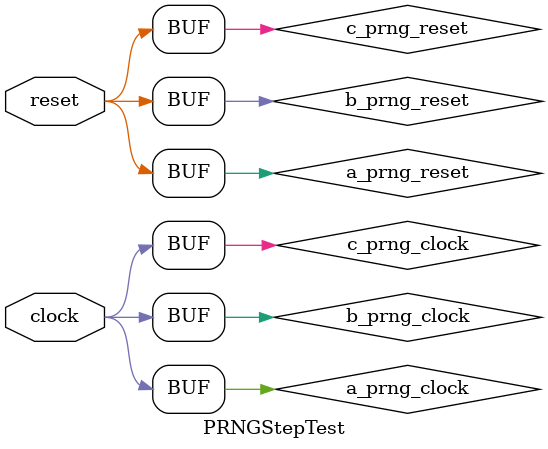
<source format=v>
module CyclePRNG(
  input   clock,
  input   reset,
  output  io_out_0,
  output  io_out_1,
  output  io_out_2,
  output  io_out_3,
  output  io_out_4,
  output  io_out_5,
  output  io_out_6,
  output  io_out_7,
  output  io_out_8,
  output  io_out_9,
  output  io_out_10,
  output  io_out_11,
  output  io_out_12,
  output  io_out_13,
  output  io_out_14,
  output  io_out_15
);
`ifdef RANDOMIZE_REG_INIT
  reg [31:0] _RAND_0;
  reg [31:0] _RAND_1;
  reg [31:0] _RAND_2;
  reg [31:0] _RAND_3;
  reg [31:0] _RAND_4;
  reg [31:0] _RAND_5;
  reg [31:0] _RAND_6;
  reg [31:0] _RAND_7;
  reg [31:0] _RAND_8;
  reg [31:0] _RAND_9;
  reg [31:0] _RAND_10;
  reg [31:0] _RAND_11;
  reg [31:0] _RAND_12;
  reg [31:0] _RAND_13;
  reg [31:0] _RAND_14;
  reg [31:0] _RAND_15;
`endif // RANDOMIZE_REG_INIT
  reg  state_0; // @[PRNG.scala 47:50]
  reg  state_1; // @[PRNG.scala 47:50]
  reg  state_2; // @[PRNG.scala 47:50]
  reg  state_3; // @[PRNG.scala 47:50]
  reg  state_4; // @[PRNG.scala 47:50]
  reg  state_5; // @[PRNG.scala 47:50]
  reg  state_6; // @[PRNG.scala 47:50]
  reg  state_7; // @[PRNG.scala 47:50]
  reg  state_8; // @[PRNG.scala 47:50]
  reg  state_9; // @[PRNG.scala 47:50]
  reg  state_10; // @[PRNG.scala 47:50]
  reg  state_11; // @[PRNG.scala 47:50]
  reg  state_12; // @[PRNG.scala 47:50]
  reg  state_13; // @[PRNG.scala 47:50]
  reg  state_14; // @[PRNG.scala 47:50]
  reg  state_15; // @[PRNG.scala 47:50]
  assign io_out_0 = state_0; // @[PRNG.scala 69:10]
  assign io_out_1 = state_1; // @[PRNG.scala 69:10]
  assign io_out_2 = state_2; // @[PRNG.scala 69:10]
  assign io_out_3 = state_3; // @[PRNG.scala 69:10]
  assign io_out_4 = state_4; // @[PRNG.scala 69:10]
  assign io_out_5 = state_5; // @[PRNG.scala 69:10]
  assign io_out_6 = state_6; // @[PRNG.scala 69:10]
  assign io_out_7 = state_7; // @[PRNG.scala 69:10]
  assign io_out_8 = state_8; // @[PRNG.scala 69:10]
  assign io_out_9 = state_9; // @[PRNG.scala 69:10]
  assign io_out_10 = state_10; // @[PRNG.scala 69:10]
  assign io_out_11 = state_11; // @[PRNG.scala 69:10]
  assign io_out_12 = state_12; // @[PRNG.scala 69:10]
  assign io_out_13 = state_13; // @[PRNG.scala 69:10]
  assign io_out_14 = state_14; // @[PRNG.scala 69:10]
  assign io_out_15 = state_15; // @[PRNG.scala 69:10]
  always @(posedge clock) begin
    state_0 <= reset | state_15; // @[PRNG.scala 47:{50,50}]
    if (reset) begin // @[PRNG.scala 47:50]
      state_1 <= 1'h0; // @[PRNG.scala 47:50]
    end else begin
      state_1 <= state_0;
    end
    if (reset) begin // @[PRNG.scala 47:50]
      state_2 <= 1'h0; // @[PRNG.scala 47:50]
    end else begin
      state_2 <= state_1;
    end
    if (reset) begin // @[PRNG.scala 47:50]
      state_3 <= 1'h0; // @[PRNG.scala 47:50]
    end else begin
      state_3 <= state_2;
    end
    if (reset) begin // @[PRNG.scala 47:50]
      state_4 <= 1'h0; // @[PRNG.scala 47:50]
    end else begin
      state_4 <= state_3;
    end
    if (reset) begin // @[PRNG.scala 47:50]
      state_5 <= 1'h0; // @[PRNG.scala 47:50]
    end else begin
      state_5 <= state_4;
    end
    if (reset) begin // @[PRNG.scala 47:50]
      state_6 <= 1'h0; // @[PRNG.scala 47:50]
    end else begin
      state_6 <= state_5;
    end
    if (reset) begin // @[PRNG.scala 47:50]
      state_7 <= 1'h0; // @[PRNG.scala 47:50]
    end else begin
      state_7 <= state_6;
    end
    if (reset) begin // @[PRNG.scala 47:50]
      state_8 <= 1'h0; // @[PRNG.scala 47:50]
    end else begin
      state_8 <= state_7;
    end
    if (reset) begin // @[PRNG.scala 47:50]
      state_9 <= 1'h0; // @[PRNG.scala 47:50]
    end else begin
      state_9 <= state_8;
    end
    if (reset) begin // @[PRNG.scala 47:50]
      state_10 <= 1'h0; // @[PRNG.scala 47:50]
    end else begin
      state_10 <= state_9;
    end
    if (reset) begin // @[PRNG.scala 47:50]
      state_11 <= 1'h0; // @[PRNG.scala 47:50]
    end else begin
      state_11 <= state_10;
    end
    if (reset) begin // @[PRNG.scala 47:50]
      state_12 <= 1'h0; // @[PRNG.scala 47:50]
    end else begin
      state_12 <= state_11;
    end
    if (reset) begin // @[PRNG.scala 47:50]
      state_13 <= 1'h0; // @[PRNG.scala 47:50]
    end else begin
      state_13 <= state_12;
    end
    if (reset) begin // @[PRNG.scala 47:50]
      state_14 <= 1'h0; // @[PRNG.scala 47:50]
    end else begin
      state_14 <= state_13;
    end
    if (reset) begin // @[PRNG.scala 47:50]
      state_15 <= 1'h0; // @[PRNG.scala 47:50]
    end else begin
      state_15 <= state_14;
    end
  end
// Register and memory initialization
`ifdef RANDOMIZE_GARBAGE_ASSIGN
`define RANDOMIZE
`endif
`ifdef RANDOMIZE_INVALID_ASSIGN
`define RANDOMIZE
`endif
`ifdef RANDOMIZE_REG_INIT
`define RANDOMIZE
`endif
`ifdef RANDOMIZE_MEM_INIT
`define RANDOMIZE
`endif
`ifndef RANDOM
`define RANDOM $random
`endif
`ifdef RANDOMIZE_MEM_INIT
  integer initvar;
`endif
`ifndef SYNTHESIS
`ifdef FIRRTL_BEFORE_INITIAL
`FIRRTL_BEFORE_INITIAL
`endif
initial begin
  `ifdef RANDOMIZE
    `ifdef INIT_RANDOM
      `INIT_RANDOM
    `endif
    `ifndef VERILATOR
      `ifdef RANDOMIZE_DELAY
        #`RANDOMIZE_DELAY begin end
      `else
        #0.002 begin end
      `endif
    `endif
`ifdef RANDOMIZE_REG_INIT
  _RAND_0 = {1{`RANDOM}};
  state_0 = _RAND_0[0:0];
  _RAND_1 = {1{`RANDOM}};
  state_1 = _RAND_1[0:0];
  _RAND_2 = {1{`RANDOM}};
  state_2 = _RAND_2[0:0];
  _RAND_3 = {1{`RANDOM}};
  state_3 = _RAND_3[0:0];
  _RAND_4 = {1{`RANDOM}};
  state_4 = _RAND_4[0:0];
  _RAND_5 = {1{`RANDOM}};
  state_5 = _RAND_5[0:0];
  _RAND_6 = {1{`RANDOM}};
  state_6 = _RAND_6[0:0];
  _RAND_7 = {1{`RANDOM}};
  state_7 = _RAND_7[0:0];
  _RAND_8 = {1{`RANDOM}};
  state_8 = _RAND_8[0:0];
  _RAND_9 = {1{`RANDOM}};
  state_9 = _RAND_9[0:0];
  _RAND_10 = {1{`RANDOM}};
  state_10 = _RAND_10[0:0];
  _RAND_11 = {1{`RANDOM}};
  state_11 = _RAND_11[0:0];
  _RAND_12 = {1{`RANDOM}};
  state_12 = _RAND_12[0:0];
  _RAND_13 = {1{`RANDOM}};
  state_13 = _RAND_13[0:0];
  _RAND_14 = {1{`RANDOM}};
  state_14 = _RAND_14[0:0];
  _RAND_15 = {1{`RANDOM}};
  state_15 = _RAND_15[0:0];
`endif // RANDOMIZE_REG_INIT
  `endif // RANDOMIZE
end // initial
`ifdef FIRRTL_AFTER_INITIAL
`FIRRTL_AFTER_INITIAL
`endif
`endif // SYNTHESIS
endmodule
module CyclePRNG_1(
  input   clock,
  input   reset,
  input   io_increment,
  output  io_out_0,
  output  io_out_1,
  output  io_out_2,
  output  io_out_3,
  output  io_out_4,
  output  io_out_5,
  output  io_out_6,
  output  io_out_7,
  output  io_out_8,
  output  io_out_9,
  output  io_out_10,
  output  io_out_11,
  output  io_out_12,
  output  io_out_13,
  output  io_out_14,
  output  io_out_15
);
`ifdef RANDOMIZE_REG_INIT
  reg [31:0] _RAND_0;
  reg [31:0] _RAND_1;
  reg [31:0] _RAND_2;
  reg [31:0] _RAND_3;
  reg [31:0] _RAND_4;
  reg [31:0] _RAND_5;
  reg [31:0] _RAND_6;
  reg [31:0] _RAND_7;
  reg [31:0] _RAND_8;
  reg [31:0] _RAND_9;
  reg [31:0] _RAND_10;
  reg [31:0] _RAND_11;
  reg [31:0] _RAND_12;
  reg [31:0] _RAND_13;
  reg [31:0] _RAND_14;
  reg [31:0] _RAND_15;
`endif // RANDOMIZE_REG_INIT
  reg  state_0; // @[PRNG.scala 47:50]
  reg  state_1; // @[PRNG.scala 47:50]
  reg  state_2; // @[PRNG.scala 47:50]
  reg  state_3; // @[PRNG.scala 47:50]
  reg  state_4; // @[PRNG.scala 47:50]
  reg  state_5; // @[PRNG.scala 47:50]
  reg  state_6; // @[PRNG.scala 47:50]
  reg  state_7; // @[PRNG.scala 47:50]
  reg  state_8; // @[PRNG.scala 47:50]
  reg  state_9; // @[PRNG.scala 47:50]
  reg  state_10; // @[PRNG.scala 47:50]
  reg  state_11; // @[PRNG.scala 47:50]
  reg  state_12; // @[PRNG.scala 47:50]
  reg  state_13; // @[PRNG.scala 47:50]
  reg  state_14; // @[PRNG.scala 47:50]
  reg  state_15; // @[PRNG.scala 47:50]
  wire  _GEN_0 = io_increment ? state_14 : state_0; // @[PRNG.scala 61:23 62:11 47:50]
  assign io_out_0 = state_0; // @[PRNG.scala 69:10]
  assign io_out_1 = state_1; // @[PRNG.scala 69:10]
  assign io_out_2 = state_2; // @[PRNG.scala 69:10]
  assign io_out_3 = state_3; // @[PRNG.scala 69:10]
  assign io_out_4 = state_4; // @[PRNG.scala 69:10]
  assign io_out_5 = state_5; // @[PRNG.scala 69:10]
  assign io_out_6 = state_6; // @[PRNG.scala 69:10]
  assign io_out_7 = state_7; // @[PRNG.scala 69:10]
  assign io_out_8 = state_8; // @[PRNG.scala 69:10]
  assign io_out_9 = state_9; // @[PRNG.scala 69:10]
  assign io_out_10 = state_10; // @[PRNG.scala 69:10]
  assign io_out_11 = state_11; // @[PRNG.scala 69:10]
  assign io_out_12 = state_12; // @[PRNG.scala 69:10]
  assign io_out_13 = state_13; // @[PRNG.scala 69:10]
  assign io_out_14 = state_14; // @[PRNG.scala 69:10]
  assign io_out_15 = state_15; // @[PRNG.scala 69:10]
  always @(posedge clock) begin
    state_0 <= reset | _GEN_0; // @[PRNG.scala 47:{50,50}]
    if (reset) begin // @[PRNG.scala 47:50]
      state_1 <= 1'h0; // @[PRNG.scala 47:50]
    end else if (io_increment) begin // @[PRNG.scala 61:23]
      state_1 <= state_15; // @[PRNG.scala 62:11]
    end
    if (reset) begin // @[PRNG.scala 47:50]
      state_2 <= 1'h0; // @[PRNG.scala 47:50]
    end else if (io_increment) begin // @[PRNG.scala 61:23]
      state_2 <= state_0; // @[PRNG.scala 62:11]
    end
    if (reset) begin // @[PRNG.scala 47:50]
      state_3 <= 1'h0; // @[PRNG.scala 47:50]
    end else if (io_increment) begin // @[PRNG.scala 61:23]
      state_3 <= state_1; // @[PRNG.scala 62:11]
    end
    if (reset) begin // @[PRNG.scala 47:50]
      state_4 <= 1'h0; // @[PRNG.scala 47:50]
    end else if (io_increment) begin // @[PRNG.scala 61:23]
      state_4 <= state_2; // @[PRNG.scala 62:11]
    end
    if (reset) begin // @[PRNG.scala 47:50]
      state_5 <= 1'h0; // @[PRNG.scala 47:50]
    end else if (io_increment) begin // @[PRNG.scala 61:23]
      state_5 <= state_3; // @[PRNG.scala 62:11]
    end
    if (reset) begin // @[PRNG.scala 47:50]
      state_6 <= 1'h0; // @[PRNG.scala 47:50]
    end else if (io_increment) begin // @[PRNG.scala 61:23]
      state_6 <= state_4; // @[PRNG.scala 62:11]
    end
    if (reset) begin // @[PRNG.scala 47:50]
      state_7 <= 1'h0; // @[PRNG.scala 47:50]
    end else if (io_increment) begin // @[PRNG.scala 61:23]
      state_7 <= state_5; // @[PRNG.scala 62:11]
    end
    if (reset) begin // @[PRNG.scala 47:50]
      state_8 <= 1'h0; // @[PRNG.scala 47:50]
    end else if (io_increment) begin // @[PRNG.scala 61:23]
      state_8 <= state_6; // @[PRNG.scala 62:11]
    end
    if (reset) begin // @[PRNG.scala 47:50]
      state_9 <= 1'h0; // @[PRNG.scala 47:50]
    end else if (io_increment) begin // @[PRNG.scala 61:23]
      state_9 <= state_7; // @[PRNG.scala 62:11]
    end
    if (reset) begin // @[PRNG.scala 47:50]
      state_10 <= 1'h0; // @[PRNG.scala 47:50]
    end else if (io_increment) begin // @[PRNG.scala 61:23]
      state_10 <= state_8; // @[PRNG.scala 62:11]
    end
    if (reset) begin // @[PRNG.scala 47:50]
      state_11 <= 1'h0; // @[PRNG.scala 47:50]
    end else if (io_increment) begin // @[PRNG.scala 61:23]
      state_11 <= state_9; // @[PRNG.scala 62:11]
    end
    if (reset) begin // @[PRNG.scala 47:50]
      state_12 <= 1'h0; // @[PRNG.scala 47:50]
    end else if (io_increment) begin // @[PRNG.scala 61:23]
      state_12 <= state_10; // @[PRNG.scala 62:11]
    end
    if (reset) begin // @[PRNG.scala 47:50]
      state_13 <= 1'h0; // @[PRNG.scala 47:50]
    end else if (io_increment) begin // @[PRNG.scala 61:23]
      state_13 <= state_11; // @[PRNG.scala 62:11]
    end
    if (reset) begin // @[PRNG.scala 47:50]
      state_14 <= 1'h0; // @[PRNG.scala 47:50]
    end else if (io_increment) begin // @[PRNG.scala 61:23]
      state_14 <= state_12; // @[PRNG.scala 62:11]
    end
    if (reset) begin // @[PRNG.scala 47:50]
      state_15 <= 1'h0; // @[PRNG.scala 47:50]
    end else if (io_increment) begin // @[PRNG.scala 61:23]
      state_15 <= state_13; // @[PRNG.scala 62:11]
    end
  end
// Register and memory initialization
`ifdef RANDOMIZE_GARBAGE_ASSIGN
`define RANDOMIZE
`endif
`ifdef RANDOMIZE_INVALID_ASSIGN
`define RANDOMIZE
`endif
`ifdef RANDOMIZE_REG_INIT
`define RANDOMIZE
`endif
`ifdef RANDOMIZE_MEM_INIT
`define RANDOMIZE
`endif
`ifndef RANDOM
`define RANDOM $random
`endif
`ifdef RANDOMIZE_MEM_INIT
  integer initvar;
`endif
`ifndef SYNTHESIS
`ifdef FIRRTL_BEFORE_INITIAL
`FIRRTL_BEFORE_INITIAL
`endif
initial begin
  `ifdef RANDOMIZE
    `ifdef INIT_RANDOM
      `INIT_RANDOM
    `endif
    `ifndef VERILATOR
      `ifdef RANDOMIZE_DELAY
        #`RANDOMIZE_DELAY begin end
      `else
        #0.002 begin end
      `endif
    `endif
`ifdef RANDOMIZE_REG_INIT
  _RAND_0 = {1{`RANDOM}};
  state_0 = _RAND_0[0:0];
  _RAND_1 = {1{`RANDOM}};
  state_1 = _RAND_1[0:0];
  _RAND_2 = {1{`RANDOM}};
  state_2 = _RAND_2[0:0];
  _RAND_3 = {1{`RANDOM}};
  state_3 = _RAND_3[0:0];
  _RAND_4 = {1{`RANDOM}};
  state_4 = _RAND_4[0:0];
  _RAND_5 = {1{`RANDOM}};
  state_5 = _RAND_5[0:0];
  _RAND_6 = {1{`RANDOM}};
  state_6 = _RAND_6[0:0];
  _RAND_7 = {1{`RANDOM}};
  state_7 = _RAND_7[0:0];
  _RAND_8 = {1{`RANDOM}};
  state_8 = _RAND_8[0:0];
  _RAND_9 = {1{`RANDOM}};
  state_9 = _RAND_9[0:0];
  _RAND_10 = {1{`RANDOM}};
  state_10 = _RAND_10[0:0];
  _RAND_11 = {1{`RANDOM}};
  state_11 = _RAND_11[0:0];
  _RAND_12 = {1{`RANDOM}};
  state_12 = _RAND_12[0:0];
  _RAND_13 = {1{`RANDOM}};
  state_13 = _RAND_13[0:0];
  _RAND_14 = {1{`RANDOM}};
  state_14 = _RAND_14[0:0];
  _RAND_15 = {1{`RANDOM}};
  state_15 = _RAND_15[0:0];
`endif // RANDOMIZE_REG_INIT
  `endif // RANDOMIZE
end // initial
`ifdef FIRRTL_AFTER_INITIAL
`FIRRTL_AFTER_INITIAL
`endif
`endif // SYNTHESIS
endmodule
module CyclePRNG_2(
  input   clock,
  input   reset,
  input   io_increment,
  output  io_out_0,
  output  io_out_1,
  output  io_out_2,
  output  io_out_3,
  output  io_out_4,
  output  io_out_5,
  output  io_out_6,
  output  io_out_7,
  output  io_out_8,
  output  io_out_9,
  output  io_out_10,
  output  io_out_11,
  output  io_out_12,
  output  io_out_13,
  output  io_out_14,
  output  io_out_15
);
`ifdef RANDOMIZE_REG_INIT
  reg [31:0] _RAND_0;
  reg [31:0] _RAND_1;
  reg [31:0] _RAND_2;
  reg [31:0] _RAND_3;
  reg [31:0] _RAND_4;
  reg [31:0] _RAND_5;
  reg [31:0] _RAND_6;
  reg [31:0] _RAND_7;
  reg [31:0] _RAND_8;
  reg [31:0] _RAND_9;
  reg [31:0] _RAND_10;
  reg [31:0] _RAND_11;
  reg [31:0] _RAND_12;
  reg [31:0] _RAND_13;
  reg [31:0] _RAND_14;
  reg [31:0] _RAND_15;
`endif // RANDOMIZE_REG_INIT
  reg  state_0; // @[PRNG.scala 47:50]
  reg  state_1; // @[PRNG.scala 47:50]
  reg  state_2; // @[PRNG.scala 47:50]
  reg  state_3; // @[PRNG.scala 47:50]
  reg  state_4; // @[PRNG.scala 47:50]
  reg  state_5; // @[PRNG.scala 47:50]
  reg  state_6; // @[PRNG.scala 47:50]
  reg  state_7; // @[PRNG.scala 47:50]
  reg  state_8; // @[PRNG.scala 47:50]
  reg  state_9; // @[PRNG.scala 47:50]
  reg  state_10; // @[PRNG.scala 47:50]
  reg  state_11; // @[PRNG.scala 47:50]
  reg  state_12; // @[PRNG.scala 47:50]
  reg  state_13; // @[PRNG.scala 47:50]
  reg  state_14; // @[PRNG.scala 47:50]
  reg  state_15; // @[PRNG.scala 47:50]
  wire  _GEN_0 = io_increment ? state_12 : state_0; // @[PRNG.scala 61:23 62:11 47:50]
  assign io_out_0 = state_0; // @[PRNG.scala 69:10]
  assign io_out_1 = state_1; // @[PRNG.scala 69:10]
  assign io_out_2 = state_2; // @[PRNG.scala 69:10]
  assign io_out_3 = state_3; // @[PRNG.scala 69:10]
  assign io_out_4 = state_4; // @[PRNG.scala 69:10]
  assign io_out_5 = state_5; // @[PRNG.scala 69:10]
  assign io_out_6 = state_6; // @[PRNG.scala 69:10]
  assign io_out_7 = state_7; // @[PRNG.scala 69:10]
  assign io_out_8 = state_8; // @[PRNG.scala 69:10]
  assign io_out_9 = state_9; // @[PRNG.scala 69:10]
  assign io_out_10 = state_10; // @[PRNG.scala 69:10]
  assign io_out_11 = state_11; // @[PRNG.scala 69:10]
  assign io_out_12 = state_12; // @[PRNG.scala 69:10]
  assign io_out_13 = state_13; // @[PRNG.scala 69:10]
  assign io_out_14 = state_14; // @[PRNG.scala 69:10]
  assign io_out_15 = state_15; // @[PRNG.scala 69:10]
  always @(posedge clock) begin
    state_0 <= reset | _GEN_0; // @[PRNG.scala 47:{50,50}]
    if (reset) begin // @[PRNG.scala 47:50]
      state_1 <= 1'h0; // @[PRNG.scala 47:50]
    end else if (io_increment) begin // @[PRNG.scala 61:23]
      state_1 <= state_13; // @[PRNG.scala 62:11]
    end
    if (reset) begin // @[PRNG.scala 47:50]
      state_2 <= 1'h0; // @[PRNG.scala 47:50]
    end else if (io_increment) begin // @[PRNG.scala 61:23]
      state_2 <= state_14; // @[PRNG.scala 62:11]
    end
    if (reset) begin // @[PRNG.scala 47:50]
      state_3 <= 1'h0; // @[PRNG.scala 47:50]
    end else if (io_increment) begin // @[PRNG.scala 61:23]
      state_3 <= state_15; // @[PRNG.scala 62:11]
    end
    if (reset) begin // @[PRNG.scala 47:50]
      state_4 <= 1'h0; // @[PRNG.scala 47:50]
    end else if (io_increment) begin // @[PRNG.scala 61:23]
      state_4 <= state_0; // @[PRNG.scala 62:11]
    end
    if (reset) begin // @[PRNG.scala 47:50]
      state_5 <= 1'h0; // @[PRNG.scala 47:50]
    end else if (io_increment) begin // @[PRNG.scala 61:23]
      state_5 <= state_1; // @[PRNG.scala 62:11]
    end
    if (reset) begin // @[PRNG.scala 47:50]
      state_6 <= 1'h0; // @[PRNG.scala 47:50]
    end else if (io_increment) begin // @[PRNG.scala 61:23]
      state_6 <= state_2; // @[PRNG.scala 62:11]
    end
    if (reset) begin // @[PRNG.scala 47:50]
      state_7 <= 1'h0; // @[PRNG.scala 47:50]
    end else if (io_increment) begin // @[PRNG.scala 61:23]
      state_7 <= state_3; // @[PRNG.scala 62:11]
    end
    if (reset) begin // @[PRNG.scala 47:50]
      state_8 <= 1'h0; // @[PRNG.scala 47:50]
    end else if (io_increment) begin // @[PRNG.scala 61:23]
      state_8 <= state_4; // @[PRNG.scala 62:11]
    end
    if (reset) begin // @[PRNG.scala 47:50]
      state_9 <= 1'h0; // @[PRNG.scala 47:50]
    end else if (io_increment) begin // @[PRNG.scala 61:23]
      state_9 <= state_5; // @[PRNG.scala 62:11]
    end
    if (reset) begin // @[PRNG.scala 47:50]
      state_10 <= 1'h0; // @[PRNG.scala 47:50]
    end else if (io_increment) begin // @[PRNG.scala 61:23]
      state_10 <= state_6; // @[PRNG.scala 62:11]
    end
    if (reset) begin // @[PRNG.scala 47:50]
      state_11 <= 1'h0; // @[PRNG.scala 47:50]
    end else if (io_increment) begin // @[PRNG.scala 61:23]
      state_11 <= state_7; // @[PRNG.scala 62:11]
    end
    if (reset) begin // @[PRNG.scala 47:50]
      state_12 <= 1'h0; // @[PRNG.scala 47:50]
    end else if (io_increment) begin // @[PRNG.scala 61:23]
      state_12 <= state_8; // @[PRNG.scala 62:11]
    end
    if (reset) begin // @[PRNG.scala 47:50]
      state_13 <= 1'h0; // @[PRNG.scala 47:50]
    end else if (io_increment) begin // @[PRNG.scala 61:23]
      state_13 <= state_9; // @[PRNG.scala 62:11]
    end
    if (reset) begin // @[PRNG.scala 47:50]
      state_14 <= 1'h0; // @[PRNG.scala 47:50]
    end else if (io_increment) begin // @[PRNG.scala 61:23]
      state_14 <= state_10; // @[PRNG.scala 62:11]
    end
    if (reset) begin // @[PRNG.scala 47:50]
      state_15 <= 1'h0; // @[PRNG.scala 47:50]
    end else if (io_increment) begin // @[PRNG.scala 61:23]
      state_15 <= state_11; // @[PRNG.scala 62:11]
    end
  end
// Register and memory initialization
`ifdef RANDOMIZE_GARBAGE_ASSIGN
`define RANDOMIZE
`endif
`ifdef RANDOMIZE_INVALID_ASSIGN
`define RANDOMIZE
`endif
`ifdef RANDOMIZE_REG_INIT
`define RANDOMIZE
`endif
`ifdef RANDOMIZE_MEM_INIT
`define RANDOMIZE
`endif
`ifndef RANDOM
`define RANDOM $random
`endif
`ifdef RANDOMIZE_MEM_INIT
  integer initvar;
`endif
`ifndef SYNTHESIS
`ifdef FIRRTL_BEFORE_INITIAL
`FIRRTL_BEFORE_INITIAL
`endif
initial begin
  `ifdef RANDOMIZE
    `ifdef INIT_RANDOM
      `INIT_RANDOM
    `endif
    `ifndef VERILATOR
      `ifdef RANDOMIZE_DELAY
        #`RANDOMIZE_DELAY begin end
      `else
        #0.002 begin end
      `endif
    `endif
`ifdef RANDOMIZE_REG_INIT
  _RAND_0 = {1{`RANDOM}};
  state_0 = _RAND_0[0:0];
  _RAND_1 = {1{`RANDOM}};
  state_1 = _RAND_1[0:0];
  _RAND_2 = {1{`RANDOM}};
  state_2 = _RAND_2[0:0];
  _RAND_3 = {1{`RANDOM}};
  state_3 = _RAND_3[0:0];
  _RAND_4 = {1{`RANDOM}};
  state_4 = _RAND_4[0:0];
  _RAND_5 = {1{`RANDOM}};
  state_5 = _RAND_5[0:0];
  _RAND_6 = {1{`RANDOM}};
  state_6 = _RAND_6[0:0];
  _RAND_7 = {1{`RANDOM}};
  state_7 = _RAND_7[0:0];
  _RAND_8 = {1{`RANDOM}};
  state_8 = _RAND_8[0:0];
  _RAND_9 = {1{`RANDOM}};
  state_9 = _RAND_9[0:0];
  _RAND_10 = {1{`RANDOM}};
  state_10 = _RAND_10[0:0];
  _RAND_11 = {1{`RANDOM}};
  state_11 = _RAND_11[0:0];
  _RAND_12 = {1{`RANDOM}};
  state_12 = _RAND_12[0:0];
  _RAND_13 = {1{`RANDOM}};
  state_13 = _RAND_13[0:0];
  _RAND_14 = {1{`RANDOM}};
  state_14 = _RAND_14[0:0];
  _RAND_15 = {1{`RANDOM}};
  state_15 = _RAND_15[0:0];
`endif // RANDOMIZE_REG_INIT
  `endif // RANDOMIZE
end // initial
`ifdef FIRRTL_AFTER_INITIAL
`FIRRTL_AFTER_INITIAL
`endif
`endif // SYNTHESIS
endmodule
module PRNGStepTest(
  input   clock,
  input   reset
);
`ifdef RANDOMIZE_REG_INIT
  reg [31:0] _RAND_0;
  reg [31:0] _RAND_1;
  reg [31:0] _RAND_2;
`endif // RANDOMIZE_REG_INIT
  wire  a_prng_clock; // @[PRNG.scala 82:22]
  wire  a_prng_reset; // @[PRNG.scala 82:22]
  wire  a_prng_io_out_0; // @[PRNG.scala 82:22]
  wire  a_prng_io_out_1; // @[PRNG.scala 82:22]
  wire  a_prng_io_out_2; // @[PRNG.scala 82:22]
  wire  a_prng_io_out_3; // @[PRNG.scala 82:22]
  wire  a_prng_io_out_4; // @[PRNG.scala 82:22]
  wire  a_prng_io_out_5; // @[PRNG.scala 82:22]
  wire  a_prng_io_out_6; // @[PRNG.scala 82:22]
  wire  a_prng_io_out_7; // @[PRNG.scala 82:22]
  wire  a_prng_io_out_8; // @[PRNG.scala 82:22]
  wire  a_prng_io_out_9; // @[PRNG.scala 82:22]
  wire  a_prng_io_out_10; // @[PRNG.scala 82:22]
  wire  a_prng_io_out_11; // @[PRNG.scala 82:22]
  wire  a_prng_io_out_12; // @[PRNG.scala 82:22]
  wire  a_prng_io_out_13; // @[PRNG.scala 82:22]
  wire  a_prng_io_out_14; // @[PRNG.scala 82:22]
  wire  a_prng_io_out_15; // @[PRNG.scala 82:22]
  wire  b_prng_clock; // @[PRNG.scala 82:22]
  wire  b_prng_reset; // @[PRNG.scala 82:22]
  wire  b_prng_io_increment; // @[PRNG.scala 82:22]
  wire  b_prng_io_out_0; // @[PRNG.scala 82:22]
  wire  b_prng_io_out_1; // @[PRNG.scala 82:22]
  wire  b_prng_io_out_2; // @[PRNG.scala 82:22]
  wire  b_prng_io_out_3; // @[PRNG.scala 82:22]
  wire  b_prng_io_out_4; // @[PRNG.scala 82:22]
  wire  b_prng_io_out_5; // @[PRNG.scala 82:22]
  wire  b_prng_io_out_6; // @[PRNG.scala 82:22]
  wire  b_prng_io_out_7; // @[PRNG.scala 82:22]
  wire  b_prng_io_out_8; // @[PRNG.scala 82:22]
  wire  b_prng_io_out_9; // @[PRNG.scala 82:22]
  wire  b_prng_io_out_10; // @[PRNG.scala 82:22]
  wire  b_prng_io_out_11; // @[PRNG.scala 82:22]
  wire  b_prng_io_out_12; // @[PRNG.scala 82:22]
  wire  b_prng_io_out_13; // @[PRNG.scala 82:22]
  wire  b_prng_io_out_14; // @[PRNG.scala 82:22]
  wire  b_prng_io_out_15; // @[PRNG.scala 82:22]
  wire  c_prng_clock; // @[PRNG.scala 82:22]
  wire  c_prng_reset; // @[PRNG.scala 82:22]
  wire  c_prng_io_increment; // @[PRNG.scala 82:22]
  wire  c_prng_io_out_0; // @[PRNG.scala 82:22]
  wire  c_prng_io_out_1; // @[PRNG.scala 82:22]
  wire  c_prng_io_out_2; // @[PRNG.scala 82:22]
  wire  c_prng_io_out_3; // @[PRNG.scala 82:22]
  wire  c_prng_io_out_4; // @[PRNG.scala 82:22]
  wire  c_prng_io_out_5; // @[PRNG.scala 82:22]
  wire  c_prng_io_out_6; // @[PRNG.scala 82:22]
  wire  c_prng_io_out_7; // @[PRNG.scala 82:22]
  wire  c_prng_io_out_8; // @[PRNG.scala 82:22]
  wire  c_prng_io_out_9; // @[PRNG.scala 82:22]
  wire  c_prng_io_out_10; // @[PRNG.scala 82:22]
  wire  c_prng_io_out_11; // @[PRNG.scala 82:22]
  wire  c_prng_io_out_12; // @[PRNG.scala 82:22]
  wire  c_prng_io_out_13; // @[PRNG.scala 82:22]
  wire  c_prng_io_out_14; // @[PRNG.scala 82:22]
  wire  c_prng_io_out_15; // @[PRNG.scala 82:22]
  reg  count2; // @[Counter.scala 60:40]
  wire  _count2_wrap_value_T_1 = count2 + 1'h1; // @[Counter.scala 76:24]
  reg [1:0] count4; // @[Counter.scala 60:40]
  wire [1:0] _count4_wrap_value_T_1 = count4 + 2'h1; // @[Counter.scala 76:24]
  wire [7:0] a_lo = {a_prng_io_out_7,a_prng_io_out_6,a_prng_io_out_5,a_prng_io_out_4,a_prng_io_out_3,a_prng_io_out_2,
    a_prng_io_out_1,a_prng_io_out_0}; // @[PRNG.scala 86:17]
  wire [15:0] a = {a_prng_io_out_15,a_prng_io_out_14,a_prng_io_out_13,a_prng_io_out_12,a_prng_io_out_11,a_prng_io_out_10
    ,a_prng_io_out_9,a_prng_io_out_8,a_lo}; // @[PRNG.scala 86:17]
  wire [7:0] b_lo = {b_prng_io_out_7,b_prng_io_out_6,b_prng_io_out_5,b_prng_io_out_4,b_prng_io_out_3,b_prng_io_out_2,
    b_prng_io_out_1,b_prng_io_out_0}; // @[PRNG.scala 86:17]
  wire [15:0] b = {b_prng_io_out_15,b_prng_io_out_14,b_prng_io_out_13,b_prng_io_out_12,b_prng_io_out_11,b_prng_io_out_10
    ,b_prng_io_out_9,b_prng_io_out_8,b_lo}; // @[PRNG.scala 86:17]
  wire [7:0] c_lo = {c_prng_io_out_7,c_prng_io_out_6,c_prng_io_out_5,c_prng_io_out_4,c_prng_io_out_3,c_prng_io_out_2,
    c_prng_io_out_1,c_prng_io_out_0}; // @[PRNG.scala 86:17]
  wire [15:0] c = {c_prng_io_out_15,c_prng_io_out_14,c_prng_io_out_13,c_prng_io_out_12,c_prng_io_out_11,c_prng_io_out_10
    ,c_prng_io_out_9,c_prng_io_out_8,c_lo}; // @[PRNG.scala 86:17]
  reg [3:0] done_value; // @[Counter.scala 60:40]
  wire  done_wrap_wrap = done_value == 4'hf; // @[Counter.scala 72:24]
  wire [3:0] _done_wrap_value_T_1 = done_value + 4'h1; // @[Counter.scala 76:24]
  wire  _T = ~count2; // @[PRNGSpec.scala 31:16]
  wire  _T_5 = count4 == 2'h0; // @[PRNGSpec.scala 35:16]
  CyclePRNG a_prng ( // @[PRNG.scala 82:22]
    .clock(a_prng_clock),
    .reset(a_prng_reset),
    .io_out_0(a_prng_io_out_0),
    .io_out_1(a_prng_io_out_1),
    .io_out_2(a_prng_io_out_2),
    .io_out_3(a_prng_io_out_3),
    .io_out_4(a_prng_io_out_4),
    .io_out_5(a_prng_io_out_5),
    .io_out_6(a_prng_io_out_6),
    .io_out_7(a_prng_io_out_7),
    .io_out_8(a_prng_io_out_8),
    .io_out_9(a_prng_io_out_9),
    .io_out_10(a_prng_io_out_10),
    .io_out_11(a_prng_io_out_11),
    .io_out_12(a_prng_io_out_12),
    .io_out_13(a_prng_io_out_13),
    .io_out_14(a_prng_io_out_14),
    .io_out_15(a_prng_io_out_15)
  );
  CyclePRNG_1 b_prng ( // @[PRNG.scala 82:22]
    .clock(b_prng_clock),
    .reset(b_prng_reset),
    .io_increment(b_prng_io_increment),
    .io_out_0(b_prng_io_out_0),
    .io_out_1(b_prng_io_out_1),
    .io_out_2(b_prng_io_out_2),
    .io_out_3(b_prng_io_out_3),
    .io_out_4(b_prng_io_out_4),
    .io_out_5(b_prng_io_out_5),
    .io_out_6(b_prng_io_out_6),
    .io_out_7(b_prng_io_out_7),
    .io_out_8(b_prng_io_out_8),
    .io_out_9(b_prng_io_out_9),
    .io_out_10(b_prng_io_out_10),
    .io_out_11(b_prng_io_out_11),
    .io_out_12(b_prng_io_out_12),
    .io_out_13(b_prng_io_out_13),
    .io_out_14(b_prng_io_out_14),
    .io_out_15(b_prng_io_out_15)
  );
  CyclePRNG_2 c_prng ( // @[PRNG.scala 82:22]
    .clock(c_prng_clock),
    .reset(c_prng_reset),
    .io_increment(c_prng_io_increment),
    .io_out_0(c_prng_io_out_0),
    .io_out_1(c_prng_io_out_1),
    .io_out_2(c_prng_io_out_2),
    .io_out_3(c_prng_io_out_3),
    .io_out_4(c_prng_io_out_4),
    .io_out_5(c_prng_io_out_5),
    .io_out_6(c_prng_io_out_6),
    .io_out_7(c_prng_io_out_7),
    .io_out_8(c_prng_io_out_8),
    .io_out_9(c_prng_io_out_9),
    .io_out_10(c_prng_io_out_10),
    .io_out_11(c_prng_io_out_11),
    .io_out_12(c_prng_io_out_12),
    .io_out_13(c_prng_io_out_13),
    .io_out_14(c_prng_io_out_14),
    .io_out_15(c_prng_io_out_15)
  );
  assign a_prng_clock = clock;
  assign a_prng_reset = reset;
  assign b_prng_clock = clock;
  assign b_prng_reset = reset;
  assign b_prng_io_increment = count2; // @[PRNGSpec.scala 26:67]
  assign c_prng_clock = clock;
  assign c_prng_reset = reset;
  assign c_prng_io_increment = count4 == 2'h3; // @[PRNGSpec.scala 27:67]
  always @(posedge clock) begin
    if (reset) begin // @[Counter.scala 60:40]
      count2 <= 1'h0; // @[Counter.scala 60:40]
    end else begin
      count2 <= _count2_wrap_value_T_1;
    end
    if (reset) begin // @[Counter.scala 60:40]
      count4 <= 2'h0; // @[Counter.scala 60:40]
    end else begin
      count4 <= _count4_wrap_value_T_1;
    end
    if (reset) begin // @[Counter.scala 60:40]
      done_value <= 4'h0; // @[Counter.scala 60:40]
    end else begin
      done_value <= _done_wrap_value_T_1;
    end
    `ifndef SYNTHESIS
    `ifdef PRINTF_COND
      if (`PRINTF_COND) begin
    `endif
        if (_T & ~(a == b | reset)) begin
          $fwrite(32'h80000002,
            "Assertion failed: 1-step and 2-step PRNGs did not agree! (0b%b != 0b%b)\n    at PRNGSpec.scala:32 assert(a === b, \"1-step and 2-step PRNGs did not agree! (0b%%b != 0b%%b)\", a, b)\n"
            ,a,b); // @[PRNGSpec.scala 32:11]
        end
    `ifdef PRINTF_COND
      end
    `endif
    `endif // SYNTHESIS
    `ifndef SYNTHESIS
    `ifdef STOP_COND
      if (`STOP_COND) begin
    `endif
        if (_T & ~(a == b | reset)) begin
          $fatal; // @[PRNGSpec.scala 32:11]
        end
    `ifdef STOP_COND
      end
    `endif
    `endif // SYNTHESIS
    `ifndef SYNTHESIS
    `ifdef PRINTF_COND
      if (`PRINTF_COND) begin
    `endif
        if (_T_5 & ~(a == c | reset)) begin
          $fwrite(32'h80000002,
            "Assertion failed: 1-step and 4-step PRNGs did not agree!\n    at PRNGSpec.scala:36 assert(a === c, \"1-step and 4-step PRNGs did not agree!\")\n"
            ); // @[PRNGSpec.scala 36:11]
        end
    `ifdef PRINTF_COND
      end
    `endif
    `endif // SYNTHESIS
    `ifndef SYNTHESIS
    `ifdef STOP_COND
      if (`STOP_COND) begin
    `endif
        if (_T_5 & ~(a == c | reset)) begin
          $fatal; // @[PRNGSpec.scala 36:11]
        end
    `ifdef STOP_COND
      end
    `endif
    `endif // SYNTHESIS
    `ifndef SYNTHESIS
    `ifdef STOP_COND
      if (`STOP_COND) begin
    `endif
        if (done_wrap_wrap & ~reset) begin
          $finish; // @[PRNGSpec.scala 40:9]
        end
    `ifdef STOP_COND
      end
    `endif
    `endif // SYNTHESIS
  end
// Register and memory initialization
`ifdef RANDOMIZE_GARBAGE_ASSIGN
`define RANDOMIZE
`endif
`ifdef RANDOMIZE_INVALID_ASSIGN
`define RANDOMIZE
`endif
`ifdef RANDOMIZE_REG_INIT
`define RANDOMIZE
`endif
`ifdef RANDOMIZE_MEM_INIT
`define RANDOMIZE
`endif
`ifndef RANDOM
`define RANDOM $random
`endif
`ifdef RANDOMIZE_MEM_INIT
  integer initvar;
`endif
`ifndef SYNTHESIS
`ifdef FIRRTL_BEFORE_INITIAL
`FIRRTL_BEFORE_INITIAL
`endif
initial begin
  `ifdef RANDOMIZE
    `ifdef INIT_RANDOM
      `INIT_RANDOM
    `endif
    `ifndef VERILATOR
      `ifdef RANDOMIZE_DELAY
        #`RANDOMIZE_DELAY begin end
      `else
        #0.002 begin end
      `endif
    `endif
`ifdef RANDOMIZE_REG_INIT
  _RAND_0 = {1{`RANDOM}};
  count2 = _RAND_0[0:0];
  _RAND_1 = {1{`RANDOM}};
  count4 = _RAND_1[1:0];
  _RAND_2 = {1{`RANDOM}};
  done_value = _RAND_2[3:0];
`endif // RANDOMIZE_REG_INIT
  `endif // RANDOMIZE
end // initial
`ifdef FIRRTL_AFTER_INITIAL
`FIRRTL_AFTER_INITIAL
`endif
`endif // SYNTHESIS
endmodule

</source>
